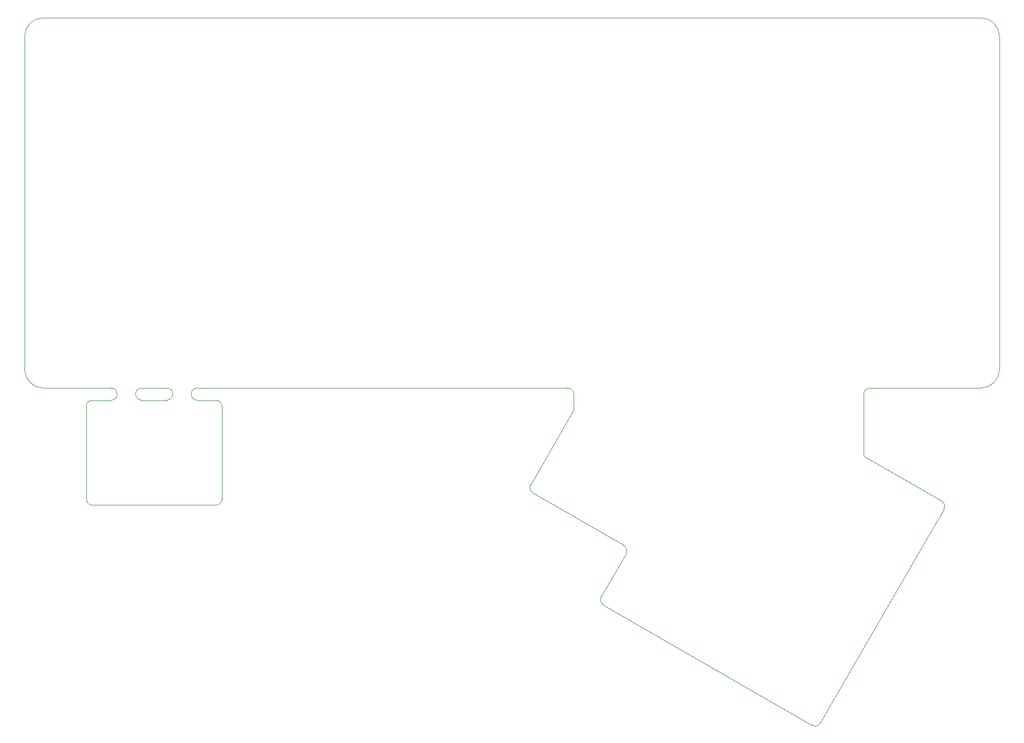
<source format=gbr>
G04 #@! TF.GenerationSoftware,KiCad,Pcbnew,5.1.2*
G04 #@! TF.CreationDate,2019-05-09T21:38:36-07:00*
G04 #@! TF.ProjectId,spacetime,73706163-6574-4696-9d65-2e6b69636164,v0.1*
G04 #@! TF.SameCoordinates,Original*
G04 #@! TF.FileFunction,Profile,NP*
%FSLAX46Y46*%
G04 Gerber Fmt 4.6, Leading zero omitted, Abs format (unit mm)*
G04 Created by KiCad (PCBNEW 5.1.2) date 2019-05-09 21:38:36*
%MOMM*%
%LPD*%
G04 APERTURE LIST*
%ADD10C,0.050000*%
G04 APERTURE END LIST*
D10*
X222000000Y-87000000D02*
X204000000Y-87000000D01*
X225000000Y-30000000D02*
X225000000Y-84000000D01*
X222000000Y-27000000D02*
X70000000Y-27000000D01*
X149019238Y-102660254D02*
X156000000Y-90600000D01*
X156000000Y-88000000D02*
X156000000Y-90600000D01*
X155000000Y-87000000D02*
G75*
G02X156000000Y-88000000I0J-1000000D01*
G01*
X203000000Y-97800000D02*
X203000000Y-88000000D01*
X203083975Y-98077350D02*
X215614737Y-105313467D01*
X203083975Y-98077350D02*
G75*
G02X203000000Y-97800000I416025J277350D01*
G01*
X146000000Y-87000000D02*
X155000000Y-87000000D01*
X215980762Y-106679492D02*
X213480762Y-111009619D01*
X215614737Y-105313467D02*
G75*
G02X215980762Y-106679492I-500000J-866025D01*
G01*
X164107695Y-112526278D02*
X149385262Y-104026279D01*
X160473721Y-120820507D02*
X164473721Y-113892305D01*
X194614737Y-141686533D02*
X160839746Y-122186532D01*
X195980761Y-141320508D02*
X213480762Y-111009619D01*
X149385262Y-104026278D02*
G75*
G02X149019238Y-102660254I500000J866024D01*
G01*
X164107695Y-112526279D02*
G75*
G02X164473721Y-113892305I-500000J-866026D01*
G01*
X160839745Y-122186533D02*
G75*
G02X160473721Y-120820507I500001J866025D01*
G01*
X195980762Y-141320508D02*
G75*
G02X194614737Y-141686533I-866025J500000D01*
G01*
X86000000Y-89000000D02*
X90000000Y-89000000D01*
X90000000Y-87000000D02*
X86000000Y-87000000D01*
X146000000Y-87000000D02*
X99000000Y-87000000D01*
X203000000Y-88000000D02*
G75*
G02X204000000Y-87000000I1000000J0D01*
G01*
X225000000Y-84000000D02*
G75*
G02X222000000Y-87000000I-3000000J0D01*
G01*
X99000000Y-105000000D02*
X99000000Y-90000000D01*
X78000000Y-106000000D02*
X98000000Y-106000000D01*
X77000000Y-90000000D02*
X77000000Y-105000000D01*
X99000000Y-105000000D02*
G75*
G02X98000000Y-106000000I-1000000J0D01*
G01*
X78000000Y-106000000D02*
G75*
G02X77000000Y-105000000I0J1000000D01*
G01*
X95000000Y-87000000D02*
X99000000Y-87000000D01*
X98000000Y-89000000D02*
X95000000Y-89000000D01*
X98000000Y-89000000D02*
G75*
G02X99000000Y-90000000I0J-1000000D01*
G01*
X78000000Y-89000000D02*
X81000000Y-89000000D01*
X77000000Y-90000000D02*
G75*
G02X78000000Y-89000000I1000000J0D01*
G01*
X70000000Y-87000000D02*
X81000000Y-87000000D01*
X95000000Y-89000000D02*
G75*
G02X95000000Y-87000000I0J1000000D01*
G01*
X81000000Y-87000000D02*
G75*
G02X81000000Y-89000000I0J-1000000D01*
G01*
X90000000Y-87000000D02*
G75*
G02X90000000Y-89000000I0J-1000000D01*
G01*
X86000000Y-89000000D02*
G75*
G02X86000000Y-87000000I0J1000000D01*
G01*
X67000000Y-84000000D02*
X67000000Y-30000000D01*
X70000000Y-87000000D02*
G75*
G02X67000000Y-84000000I0J3000000D01*
G01*
X222000000Y-27000000D02*
G75*
G02X225000000Y-30000000I0J-3000000D01*
G01*
X67000000Y-30000000D02*
G75*
G02X70000000Y-27000000I3000000J0D01*
G01*
M02*

</source>
